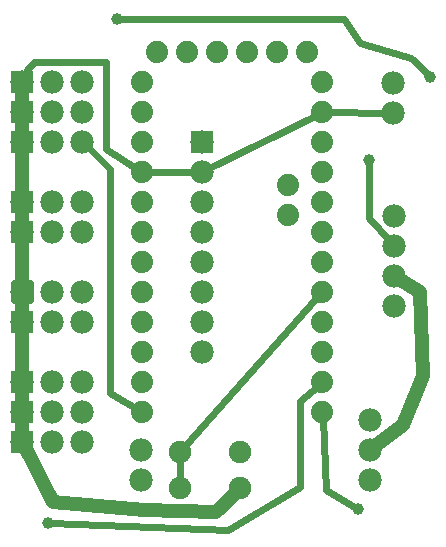
<source format=gbl>
G04 MADE WITH FRITZING*
G04 WWW.FRITZING.ORG*
G04 DOUBLE SIDED*
G04 HOLES PLATED*
G04 CONTOUR ON CENTER OF CONTOUR VECTOR*
%ASAXBY*%
%FSLAX23Y23*%
%MOIN*%
%OFA0B0*%
%SFA1.0B1.0*%
%ADD10C,0.039370*%
%ADD11C,0.078000*%
%ADD12C,0.074000*%
%ADD13C,0.075000*%
%ADD14R,0.078000X0.078000*%
%ADD15C,0.024000*%
%ADD16C,0.048000*%
%ADD17C,0.020000*%
%LNCOPPER0*%
G90*
G70*
G54D10*
X448Y1806D03*
X1288Y1334D03*
X1490Y1613D03*
G54D11*
X731Y1396D03*
X731Y1296D03*
X731Y1196D03*
X731Y1096D03*
X731Y996D03*
X731Y896D03*
X731Y796D03*
X731Y696D03*
G54D10*
X218Y125D03*
X1250Y173D03*
G54D12*
X1081Y1696D03*
X981Y1696D03*
X881Y1696D03*
X781Y1696D03*
X681Y1696D03*
X581Y1696D03*
X1131Y1596D03*
X1131Y1496D03*
X1131Y1396D03*
X1131Y1296D03*
X1131Y1196D03*
X1016Y1251D03*
X1016Y1151D03*
X1131Y1096D03*
X1131Y996D03*
X1131Y896D03*
X1131Y796D03*
X1131Y696D03*
X1131Y596D03*
X1131Y496D03*
X531Y496D03*
X531Y596D03*
X531Y696D03*
X531Y796D03*
X531Y896D03*
X531Y996D03*
X531Y1096D03*
X531Y1196D03*
X531Y1296D03*
X531Y1396D03*
X531Y1496D03*
X531Y1596D03*
G54D11*
X131Y396D03*
X231Y396D03*
X331Y396D03*
X131Y496D03*
X231Y496D03*
X331Y496D03*
X131Y796D03*
X231Y796D03*
X331Y796D03*
X131Y896D03*
X231Y896D03*
X331Y896D03*
X131Y1096D03*
X231Y1096D03*
X331Y1096D03*
X131Y1496D03*
X231Y1496D03*
X331Y1496D03*
X131Y1396D03*
X231Y1396D03*
X331Y1396D03*
X131Y1596D03*
X231Y1596D03*
X331Y1596D03*
X131Y596D03*
X231Y596D03*
X331Y596D03*
X131Y1196D03*
X231Y1196D03*
X331Y1196D03*
G54D13*
X857Y361D03*
X657Y361D03*
X857Y243D03*
X657Y243D03*
G54D11*
X1368Y1592D03*
X1368Y1492D03*
X1371Y849D03*
X1371Y949D03*
X1371Y1049D03*
X1371Y1149D03*
X527Y368D03*
X527Y268D03*
X1291Y470D03*
X1291Y370D03*
X1291Y270D03*
G54D14*
X731Y1396D03*
X131Y396D03*
X131Y496D03*
X131Y796D03*
X131Y1096D03*
X131Y1496D03*
X131Y1396D03*
X131Y1596D03*
X131Y596D03*
X131Y1196D03*
G54D15*
X842Y1805D02*
X456Y1806D01*
D02*
X1202Y1805D02*
X842Y1805D01*
D02*
X1256Y1727D02*
X1202Y1805D01*
D02*
X1428Y1677D02*
X1256Y1727D01*
D02*
X1485Y1618D02*
X1428Y1677D01*
D02*
X1288Y1143D02*
X1359Y1063D01*
D02*
X1288Y1326D02*
X1288Y1143D01*
D02*
X1113Y1487D02*
X748Y1305D01*
G54D16*
D02*
X1466Y617D02*
X1455Y897D01*
D02*
X1455Y897D02*
X1387Y939D01*
D02*
X1399Y452D02*
X1466Y617D01*
D02*
X1306Y381D02*
X1399Y452D01*
G54D15*
D02*
X1116Y583D02*
X1058Y533D01*
D02*
X1058Y533D02*
X1058Y245D01*
D02*
X1058Y245D02*
X818Y101D01*
D02*
X818Y101D02*
X226Y125D01*
D02*
X1143Y234D02*
X1243Y177D01*
D02*
X1132Y476D02*
X1143Y234D01*
D02*
X138Y1614D02*
X146Y1637D01*
D02*
X146Y1637D02*
X170Y1661D01*
D02*
X170Y1661D02*
X410Y1661D01*
D02*
X410Y1661D02*
X410Y1373D01*
D02*
X410Y1373D02*
X514Y1307D01*
G54D16*
D02*
X537Y168D02*
X778Y163D01*
D02*
X778Y163D02*
X845Y230D01*
D02*
X232Y196D02*
X537Y168D01*
D02*
X139Y379D02*
X232Y196D01*
G54D15*
D02*
X657Y343D02*
X657Y260D01*
D02*
X668Y374D02*
X1118Y881D01*
G54D16*
D02*
X131Y477D02*
X131Y415D01*
D02*
X131Y577D02*
X131Y415D01*
D02*
X131Y615D02*
X131Y777D01*
D02*
X131Y877D02*
X131Y815D01*
D02*
X131Y1077D02*
X131Y915D01*
D02*
X131Y1177D02*
X131Y1115D01*
D02*
X131Y1377D02*
X131Y1215D01*
D02*
X131Y1415D02*
X131Y1477D01*
D02*
X131Y1577D02*
X131Y1515D01*
G54D15*
D02*
X345Y1383D02*
X423Y1307D01*
D02*
X423Y1307D02*
X423Y559D01*
D02*
X423Y559D02*
X514Y507D01*
D02*
X1151Y1496D02*
X1349Y1493D01*
D02*
X551Y1296D02*
X712Y1296D01*
G54D17*
X102Y925D02*
X160Y925D01*
X160Y867D01*
X102Y867D01*
X102Y925D01*
D02*
G04 End of Copper0*
M02*
</source>
